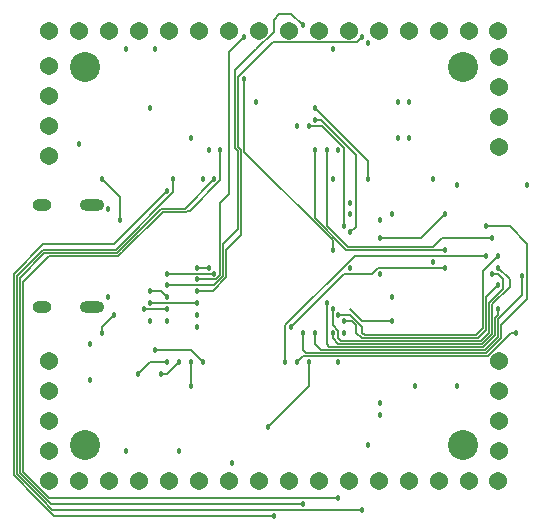
<source format=gbr>
%TF.GenerationSoftware,KiCad,Pcbnew,8.0.6-8.0.6-0~ubuntu24.04.1*%
%TF.CreationDate,2024-10-18T10:44:36-04:00*%
%TF.ProjectId,ta-expt-v2,74612d65-7870-4742-9d76-322e6b696361,rev?*%
%TF.SameCoordinates,Original*%
%TF.FileFunction,Copper,L4,Bot*%
%TF.FilePolarity,Positive*%
%FSLAX46Y46*%
G04 Gerber Fmt 4.6, Leading zero omitted, Abs format (unit mm)*
G04 Created by KiCad (PCBNEW 8.0.6-8.0.6-0~ubuntu24.04.1) date 2024-10-18 10:44:36*
%MOMM*%
%LPD*%
G01*
G04 APERTURE LIST*
%TA.AperFunction,ComponentPad*%
%ADD10C,1.540000*%
%TD*%
%TA.AperFunction,ComponentPad*%
%ADD11O,1.600000X1.000000*%
%TD*%
%TA.AperFunction,ComponentPad*%
%ADD12O,2.100000X1.000000*%
%TD*%
%TA.AperFunction,ComponentPad*%
%ADD13C,2.540000*%
%TD*%
%TA.AperFunction,ViaPad*%
%ADD14C,0.457200*%
%TD*%
%TA.AperFunction,Conductor*%
%ADD15C,0.127000*%
%TD*%
G04 APERTURE END LIST*
D10*
%TO.P,J8,15,Pin_15*%
%TO.N,unconnected-(J8-Pin_15-Pad15)*%
X174000000Y-127050000D03*
X171510000Y-127050000D03*
%TO.P,J8,14,Pin_14*%
%TO.N,unconnected-(J8-Pin_14-Pad14)*%
X168970000Y-127050000D03*
%TO.P,J8,13,Pin_13*%
%TO.N,unconnected-(J8-Pin_13-Pad13)*%
X166430000Y-127050000D03*
%TO.P,J8,12,Pin_12*%
%TO.N,/LPUART_RTS*%
X163890000Y-127050000D03*
%TO.P,J8,11,Pin_11*%
%TO.N,/LPUART_RX*%
X161350000Y-127050000D03*
%TO.P,J8,10,Pin_10*%
%TO.N,/LPUART_TX*%
X158810000Y-127050000D03*
%TO.P,J8,9,Pin_9*%
%TO.N,/LPUART_CTS*%
X156270000Y-127050000D03*
%TO.P,J8,8,Pin_8*%
%TO.N,/BOOT0*%
X153730000Y-127050000D03*
%TO.P,J8,7,Pin_7*%
%TO.N,unconnected-(J8-Pin_7-Pad7)*%
X151190000Y-127050000D03*
%TO.P,J8,6,Pin_6*%
%TO.N,unconnected-(J8-Pin_6-Pad6)*%
X148650000Y-127050000D03*
%TO.P,J8,5,Pin_5*%
%TO.N,unconnected-(J8-Pin_5-Pad5)*%
X146110000Y-127050000D03*
%TO.P,J8,4,Pin_4*%
%TO.N,unconnected-(J8-Pin_4-Pad4)*%
X143570000Y-127050000D03*
%TO.P,J8,3,Pin_3*%
%TO.N,unconnected-(J8-Pin_3-Pad3)*%
X141030000Y-127050000D03*
%TO.P,J8,2,Pin_2*%
%TO.N,unconnected-(J8-Pin_2-Pad2)*%
X138490000Y-127050000D03*
%TO.P,J8,1,Pin_1*%
%TO.N,unconnected-(J8-Pin_1-Pad1)*%
X135950000Y-127050000D03*
%TD*%
%TO.P,J9,15,Pin_15*%
%TO.N,unconnected-(J9-Pin_15-Pad15)*%
X174000000Y-88950000D03*
X171510000Y-88950000D03*
%TO.P,J9,14,Pin_14*%
%TO.N,unconnected-(J9-Pin_14-Pad14)*%
X168970000Y-88950000D03*
%TO.P,J9,13,Pin_13*%
%TO.N,unconnected-(J9-Pin_13-Pad13)*%
X166430000Y-88950000D03*
%TO.P,J9,12,Pin_12*%
%TO.N,/USART1_RTS*%
X163890000Y-88950000D03*
%TO.P,J9,11,Pin_11*%
%TO.N,/USART1_RX*%
X161350000Y-88950000D03*
%TO.P,J9,10,Pin_10*%
%TO.N,/USART1_TX*%
X158810000Y-88950000D03*
%TO.P,J9,9,Pin_9*%
%TO.N,/USART1_CTS*%
X156270000Y-88950000D03*
%TO.P,J9,8,Pin_8*%
%TO.N,/USART1_CK*%
X153730000Y-88950000D03*
%TO.P,J9,7,Pin_7*%
%TO.N,/NRST*%
X151190000Y-88950000D03*
%TO.P,J9,6,Pin_6*%
%TO.N,unconnected-(J9-Pin_6-Pad6)*%
X148650000Y-88950000D03*
%TO.P,J9,5,Pin_5*%
%TO.N,unconnected-(J9-Pin_5-Pad5)*%
X146110000Y-88950000D03*
%TO.P,J9,4,Pin_4*%
%TO.N,unconnected-(J9-Pin_4-Pad4)*%
X143570000Y-88950000D03*
%TO.P,J9,3,Pin_3*%
%TO.N,GND*%
X141030000Y-88950000D03*
%TO.P,J9,2,Pin_2*%
%TO.N,unconnected-(J9-Pin_2-Pad2)*%
X138490000Y-88950000D03*
%TO.P,J9,1,Pin_1*%
%TO.N,unconnected-(J9-Pin_1-Pad1)*%
X135950000Y-88950000D03*
%TD*%
%TO.P,J1,5,Pin_5*%
%TO.N,unconnected-(J1-Pin_5-Pad5)*%
X174070000Y-91190000D03*
%TO.P,J1,4,Pin_4*%
%TO.N,unconnected-(J1-Pin_4-Pad4)*%
X174070000Y-93730000D03*
%TO.P,J1,3,Pin_3*%
%TO.N,GND*%
X174070000Y-96270000D03*
%TO.P,J1,2,Pin_2*%
%TO.N,unconnected-(J1-Pin_2-Pad2)*%
X174070000Y-98810000D03*
%TD*%
%TO.P,J2,4,Pin_4*%
%TO.N,unconnected-(J2-Pin_4-Pad4)*%
X135950000Y-91920000D03*
%TO.P,J2,3,Pin_3*%
%TO.N,unconnected-(J2-Pin_3-Pad3)*%
X135950000Y-94460000D03*
%TO.P,J2,2,Pin_2*%
%TO.N,GND*%
X135950000Y-97000000D03*
%TO.P,J2,1,Pin_1*%
%TO.N,unconnected-(J2-Pin_1-Pad1)*%
X135950000Y-99540000D03*
%TD*%
%TO.P,J7,4,Pin_4*%
%TO.N,/SWCLK*%
X135950000Y-124510000D03*
%TO.P,J7,3,Pin_3*%
%TO.N,/SWDIO*%
X135950000Y-121970000D03*
%TO.P,J7,2,Pin_2*%
%TO.N,GND*%
X135950000Y-119430000D03*
%TO.P,J7,1,Pin_1*%
%TO.N,VDD*%
X135950000Y-116890000D03*
%TD*%
D11*
%TO.P,J3,S1,SHIELD*%
%TO.N,unconnected-(J3-SHIELD-PadS1)*%
X135425000Y-112320000D03*
D12*
X139605000Y-112320000D03*
D11*
X135425000Y-103680000D03*
D12*
X139605000Y-103680000D03*
%TD*%
D13*
%TO.P,J6,4,Pin_4*%
%TO.N,GND*%
X171000000Y-124000000D03*
%TO.P,J6,3,Pin_3*%
X139000000Y-124000000D03*
%TO.P,J6,2,Pin_2*%
X171000000Y-92000000D03*
%TO.P,J6,1,Pin_1*%
X139000000Y-92000000D03*
%TD*%
D10*
%TO.P,J4,5,Pin_5*%
%TO.N,unconnected-(J4-Pin_5-Pad5)*%
X174070000Y-124540000D03*
%TO.P,J4,4,Pin_4*%
%TO.N,unconnected-(J4-Pin_4-Pad4)*%
X174070000Y-122000000D03*
%TO.P,J4,3,Pin_3*%
%TO.N,unconnected-(J4-Pin_3-Pad3)*%
X174070000Y-119460000D03*
%TO.P,J4,2,Pin_2*%
%TO.N,unconnected-(J4-Pin_2-Pad2)*%
X174070000Y-116920000D03*
%TD*%
D14*
%TO.N,GND*%
X144500000Y-113500000D03*
X138500000Y-98500000D03*
X160500000Y-117000000D03*
X167000000Y-119000000D03*
X176500000Y-102000000D03*
X168500000Y-101500000D03*
X151500000Y-125500000D03*
X170500000Y-119000000D03*
X147000000Y-124500000D03*
X160000000Y-90500000D03*
X160500000Y-99000000D03*
X144500000Y-95500000D03*
X145000000Y-90500000D03*
X163000000Y-124000000D03*
X142500000Y-124500000D03*
X153500000Y-95000000D03*
X161500000Y-104500000D03*
X142500000Y-90500000D03*
X164000000Y-120500000D03*
X165000000Y-104500000D03*
X168500000Y-108500000D03*
X141000000Y-104000000D03*
X166500000Y-98000000D03*
X157000000Y-97000000D03*
X166500000Y-95000000D03*
X149500000Y-99000000D03*
X165500000Y-95000000D03*
X164000000Y-105000000D03*
X146000000Y-113500000D03*
X164000000Y-109500000D03*
X165000000Y-111500000D03*
X165500000Y-98000000D03*
%TO.N,/VDD_FILT*%
X148500000Y-114000000D03*
X170500000Y-102000000D03*
X163000000Y-90000000D03*
X148000000Y-98000000D03*
X139500000Y-118500000D03*
X148500000Y-113000000D03*
X164000000Y-121500000D03*
X139500000Y-115500000D03*
X161000000Y-114500000D03*
X160000000Y-101500000D03*
X149000000Y-101500000D03*
X161500000Y-109000000D03*
X161500000Y-103500000D03*
%TO.N,/NRST*%
X152500000Y-93000000D03*
X160000000Y-107500000D03*
%TO.N,/LPUART_RX*%
X150500000Y-99000000D03*
X160500000Y-128500000D03*
%TO.N,/LPUART_RTS*%
X162500000Y-129500000D03*
X146500000Y-101500000D03*
%TO.N,/DCMI_D6*%
X176000000Y-109750000D03*
X158500000Y-114500000D03*
%TO.N,/DCMI_D2*%
X149500000Y-109000000D03*
X148500000Y-109000000D03*
X159500000Y-112000000D03*
X174000000Y-112500000D03*
%TO.N,/QUADSPI_BK2_IO1*%
X158500000Y-96500000D03*
X161500000Y-106000000D03*
%TO.N,/DCMI_D3*%
X173500000Y-109500000D03*
X146000000Y-109500000D03*
X160000000Y-112500000D03*
X150000000Y-109500000D03*
%TO.N,/DCMI_VSYNC*%
X157500000Y-114500000D03*
X173000000Y-105500000D03*
%TO.N,Net-(IC3-PH3-BOOT0)*%
X154500000Y-122500000D03*
X158000000Y-117000000D03*
%TO.N,/Control*%
X165000000Y-113500000D03*
%TO.N,/SWDIO*%
X144000000Y-112500000D03*
X146000000Y-112500000D03*
%TO.N,/DCMI_PIXCLK*%
X158500000Y-99000000D03*
X169500000Y-107500000D03*
%TO.N,/LED2*%
X143500000Y-118000000D03*
X146000000Y-117000000D03*
%TO.N,/D-*%
X144500000Y-111000000D03*
X146000000Y-111500000D03*
%TO.N,/LPUART_CTS*%
X146000000Y-102500000D03*
X155000000Y-130000000D03*
%TO.N,/USART1_RX*%
X162500000Y-89500000D03*
X148500000Y-111000000D03*
%TO.N,/DCMI_HSYNC*%
X173500000Y-106500000D03*
X159500000Y-99000000D03*
%TO.N,/QUADSPI_BK2_IO2*%
X161000000Y-105500000D03*
X158000000Y-97000000D03*
%TO.N,/DCMI_D4*%
X161000000Y-113500000D03*
X174000000Y-110500000D03*
%TO.N,/SWCLK*%
X149000000Y-117000000D03*
X145000000Y-116000000D03*
%TO.N,/USART1_CK*%
X152500000Y-89500000D03*
X148500000Y-110000000D03*
%TO.N,/D+*%
X148500000Y-112000000D03*
X144500000Y-112000000D03*
%TO.N,/DCMI_D7*%
X160000000Y-114500000D03*
X174000000Y-109000000D03*
%TO.N,/DCMI_D5*%
X157000000Y-117000000D03*
X175500000Y-114500000D03*
%TO.N,/QUADSPI_BK1_NCS*%
X163000000Y-101500000D03*
X158500000Y-95500000D03*
%TO.N,/USART1_TX*%
X146000000Y-110500000D03*
X157500000Y-88500000D03*
%TO.N,/LPUART_TX*%
X157500000Y-129000000D03*
X150000000Y-101500000D03*
%TO.N,/LED1*%
X147000000Y-117000000D03*
X145500000Y-118000000D03*
%TO.N,Net-(IC2-G)*%
X148000000Y-117000000D03*
X148000000Y-119000000D03*
%TO.N,/I2C3_SDA*%
X173000000Y-108000000D03*
X156000000Y-117000000D03*
%TO.N,/DCMI_D8*%
X174000000Y-108000000D03*
X160500000Y-113000000D03*
%TO.N,/I2C3_SCL*%
X169500000Y-104500000D03*
X164000000Y-106500000D03*
%TO.N,/DCMI_D9*%
X169500000Y-109000000D03*
X156500000Y-114000000D03*
%TO.N,Net-(J3-CC2)*%
X140500000Y-114500000D03*
%TO.N,Net-(J3-CC1)*%
X140500000Y-101500000D03*
X142000000Y-105000000D03*
%TO.N,Net-(J3-CC2)*%
X141500000Y-113000000D03*
%TO.N,GND*%
X141000000Y-111500000D03*
%TD*%
D15*
%TO.N,/USART1_TX*%
X155500000Y-87500000D02*
X156500000Y-87500000D01*
X153538353Y-90500000D02*
X155000000Y-89038353D01*
X151746000Y-98859210D02*
X151746000Y-92254000D01*
X151992000Y-99105210D02*
X151746000Y-98859210D01*
X155000000Y-88000000D02*
X155500000Y-87500000D01*
X153500000Y-90500000D02*
X153538353Y-90500000D01*
X151746000Y-92254000D02*
X153500000Y-90500000D01*
X151992000Y-105762000D02*
X151992000Y-99105210D01*
X149982172Y-110500000D02*
X150754000Y-109728172D01*
X155000000Y-89038353D02*
X155000000Y-88000000D01*
X150754000Y-107000000D02*
X151992000Y-105762000D01*
X150754000Y-109728172D02*
X150754000Y-107000000D01*
X146000000Y-110500000D02*
X149982172Y-110500000D01*
X156500000Y-87500000D02*
X157500000Y-88500000D01*
%TO.N,/DCMI_D5*%
X173315823Y-116315823D02*
X174524000Y-115107647D01*
X173131646Y-116500000D02*
X173315823Y-116315823D01*
X157000000Y-117000000D02*
X157500000Y-116500000D01*
X157500000Y-116500000D02*
X173131646Y-116500000D01*
%TO.N,/DCMI_VSYNC*%
X157500000Y-114500000D02*
X157500000Y-116000000D01*
X157500000Y-116000000D02*
X157746000Y-116246000D01*
X157746000Y-116246000D02*
X172972420Y-116246000D01*
X172972420Y-116246000D02*
X174270000Y-114948420D01*
X174270000Y-114948420D02*
X174270000Y-113894790D01*
X174270000Y-113894790D02*
X176500000Y-111664790D01*
X176500000Y-111664790D02*
X176500000Y-107000000D01*
X176500000Y-107000000D02*
X175000000Y-105500000D01*
X175000000Y-105500000D02*
X173000000Y-105500000D01*
%TO.N,/DCMI_D6*%
X158500000Y-114500000D02*
X158500000Y-115500000D01*
X174016000Y-114843210D02*
X174016000Y-113343210D01*
X158500000Y-115500000D02*
X158992000Y-115992000D01*
X158992000Y-115992000D02*
X172867210Y-115992000D01*
X172867210Y-115992000D02*
X174016000Y-114843210D01*
X174016000Y-113343210D02*
X176000000Y-111359210D01*
X176000000Y-111359210D02*
X176000000Y-109750000D01*
%TO.N,/NRST*%
X160000000Y-106692592D02*
X160000000Y-107500000D01*
X152500000Y-99192592D02*
X160000000Y-106692592D01*
X152500000Y-93000000D02*
X152500000Y-99192592D01*
%TO.N,/DCMI_D2*%
X173754000Y-114746000D02*
X172762000Y-115738000D01*
X173762000Y-114000000D02*
X173762000Y-113238000D01*
X173754000Y-114746000D02*
X173762000Y-114738000D01*
X174000000Y-113000000D02*
X174000000Y-112500000D01*
X173762000Y-113238000D02*
X174000000Y-113000000D01*
X159500000Y-115500000D02*
X159500000Y-112000000D01*
X159738000Y-115738000D02*
X159500000Y-115500000D01*
X173762000Y-114738000D02*
X173762000Y-114000000D01*
X148500000Y-109000000D02*
X149500000Y-109000000D01*
X172762000Y-115738000D02*
X159738000Y-115738000D01*
%TO.N,/QUADSPI_BK2_IO1*%
X161940500Y-105559500D02*
X161500000Y-106000000D01*
X158500000Y-96500000D02*
X158982172Y-96500000D01*
X158982172Y-96500000D02*
X161940500Y-99458328D01*
X161940500Y-99458328D02*
X161940500Y-105559500D01*
%TO.N,/DCMI_D3*%
X174000000Y-109500000D02*
X173500000Y-109500000D01*
X146000000Y-109500000D02*
X150000000Y-109500000D01*
X173254000Y-112000000D02*
X174440500Y-110813500D01*
X174440500Y-109940500D02*
X174000000Y-109500000D01*
X173254000Y-114527580D02*
X172551580Y-115230000D01*
X160730000Y-115230000D02*
X160500000Y-115000000D01*
X160500000Y-115000000D02*
X160500000Y-114377038D01*
X160500000Y-114377038D02*
X160000000Y-113877038D01*
X172551580Y-115230000D02*
X160730000Y-115230000D01*
X174440500Y-110813500D02*
X174440500Y-109940500D01*
X173254000Y-112000000D02*
X173254000Y-114527580D01*
X160000000Y-113877038D02*
X160000000Y-112500000D01*
%TO.N,Net-(IC3-PH3-BOOT0)*%
X158000000Y-119000000D02*
X158000000Y-117000000D01*
X154500000Y-122500000D02*
X158000000Y-119000000D01*
%TO.N,/Control*%
X165000000Y-113500000D02*
X162500000Y-113500000D01*
X162500000Y-113500000D02*
X161500000Y-112500000D01*
%TO.N,/SWDIO*%
X144000000Y-112500000D02*
X146000000Y-112500000D01*
%TO.N,/DCMI_PIXCLK*%
X161166618Y-107500000D02*
X169500000Y-107500000D01*
X158500000Y-99000000D02*
X158500000Y-104833382D01*
X158500000Y-104833382D02*
X161166618Y-107500000D01*
%TO.N,/LED2*%
X146000000Y-117000000D02*
X144500000Y-117000000D01*
X144500000Y-117000000D02*
X143500000Y-118000000D01*
%TO.N,/D-*%
X144500000Y-111000000D02*
X145500000Y-111000000D01*
X145500000Y-111000000D02*
X146000000Y-111500000D01*
%TO.N,/USART1_RX*%
X152000000Y-92877038D02*
X154966538Y-89910500D01*
X152246000Y-106270000D02*
X152246000Y-99000000D01*
X152000000Y-93000000D02*
X152000000Y-92877038D01*
X162089500Y-89910500D02*
X162500000Y-89500000D01*
X152000000Y-98754000D02*
X152000000Y-93000000D01*
X154966538Y-89910500D02*
X162089500Y-89910500D01*
X151008000Y-109833382D02*
X151008000Y-107508000D01*
X148500000Y-111000000D02*
X149841382Y-111000000D01*
X149841382Y-111000000D02*
X151008000Y-109833382D01*
X152246000Y-99000000D02*
X152000000Y-98754000D01*
X151008000Y-107508000D02*
X152246000Y-106270000D01*
%TO.N,/DCMI_HSYNC*%
X168500000Y-107246000D02*
X169246000Y-106500000D01*
X159500000Y-105474172D02*
X161271828Y-107246000D01*
X159500000Y-99000000D02*
X159500000Y-105474172D01*
X161271828Y-107246000D02*
X168500000Y-107246000D01*
X169246000Y-106500000D02*
X173500000Y-106500000D01*
%TO.N,/QUADSPI_BK2_IO2*%
X159122962Y-97000000D02*
X161000000Y-98877038D01*
X161000000Y-98877038D02*
X161000000Y-105500000D01*
X158000000Y-97000000D02*
X159122962Y-97000000D01*
%TO.N,/DCMI_D4*%
X173000000Y-114315630D02*
X173000000Y-114000000D01*
X162000000Y-114500000D02*
X162476000Y-114976000D01*
X161622962Y-113500000D02*
X162000000Y-113877038D01*
X162476000Y-114976000D02*
X172000000Y-114976000D01*
X172339630Y-114976000D02*
X173000000Y-114315630D01*
X162000000Y-113877038D02*
X162000000Y-114500000D01*
X173000000Y-114000000D02*
X173000000Y-111500000D01*
X161000000Y-113500000D02*
X161622962Y-113500000D01*
X173000000Y-111500000D02*
X174000000Y-110500000D01*
X172000000Y-114976000D02*
X172339630Y-114976000D01*
%TO.N,/SWCLK*%
X145000000Y-116000000D02*
X148000000Y-116000000D01*
X148000000Y-116000000D02*
X149000000Y-117000000D01*
%TO.N,/USART1_CK*%
X151246000Y-93000000D02*
X151246000Y-90754000D01*
X148500000Y-110000000D02*
X150122962Y-110000000D01*
X150500000Y-106500000D02*
X150500000Y-103500000D01*
X151246000Y-102754000D02*
X151246000Y-93000000D01*
X151246000Y-90754000D02*
X152500000Y-89500000D01*
X150500000Y-103500000D02*
X151246000Y-102754000D01*
X150500000Y-109622962D02*
X150500000Y-106500000D01*
X150122962Y-110000000D02*
X150500000Y-109622962D01*
%TO.N,/D+*%
X144500000Y-112000000D02*
X148500000Y-112000000D01*
%TO.N,/DCMI_D7*%
X175000000Y-110613210D02*
X175000000Y-110000000D01*
X173508000Y-112105210D02*
X175000000Y-110613210D01*
X175000000Y-110000000D02*
X174000000Y-109000000D01*
X160000000Y-115000000D02*
X160484000Y-115484000D01*
X173508000Y-114632790D02*
X173508000Y-112105210D01*
X160000000Y-114500000D02*
X160000000Y-115000000D01*
X172656790Y-115484000D02*
X173508000Y-114632790D01*
X160484000Y-115484000D02*
X172656790Y-115484000D01*
%TO.N,/QUADSPI_BK1_NCS*%
X163000000Y-100000000D02*
X163000000Y-101500000D01*
X158500000Y-95500000D02*
X163000000Y-100000000D01*
%TO.N,/LPUART_TX*%
X145500000Y-104000000D02*
X147500000Y-104000000D01*
X141746000Y-107754000D02*
X145500000Y-104000000D01*
X147500000Y-104000000D02*
X150000000Y-101500000D01*
%TO.N,/LED1*%
X146000000Y-118000000D02*
X145500000Y-118000000D01*
X147000000Y-117000000D02*
X146000000Y-118000000D01*
%TO.N,Net-(IC2-G)*%
X148000000Y-117000000D02*
X148000000Y-119000000D01*
%TO.N,/I2C3_SDA*%
X156000000Y-117000000D02*
X156000000Y-113877038D01*
X156000000Y-113877038D02*
X161877038Y-108000000D01*
X161877038Y-108000000D02*
X173000000Y-108000000D01*
%TO.N,/DCMI_D8*%
X162500000Y-114500000D02*
X162722000Y-114722000D01*
X172713500Y-109286500D02*
X174000000Y-108000000D01*
X160500000Y-113000000D02*
X161482172Y-113000000D01*
X162500000Y-114017828D02*
X162500000Y-114500000D01*
X161482172Y-113000000D02*
X162500000Y-114017828D01*
X172713500Y-114000000D02*
X172713500Y-109286500D01*
X162722000Y-114722000D02*
X172105210Y-114722000D01*
X172105210Y-114722000D02*
X172137041Y-114722000D01*
X172137041Y-114722000D02*
X172713500Y-114145541D01*
X172713500Y-114145541D02*
X172713500Y-114000000D01*
%TO.N,/DCMI_D9*%
X163877038Y-109000000D02*
X169500000Y-109000000D01*
X156500000Y-114000000D02*
X161000000Y-109500000D01*
X161000000Y-109500000D02*
X163377038Y-109500000D01*
X163377038Y-109500000D02*
X163877038Y-109000000D01*
%TO.N,Net-(J3-CC2)*%
X140500000Y-114000000D02*
X140500000Y-114500000D01*
%TO.N,Net-(J3-CC1)*%
X142000000Y-105000000D02*
X142000000Y-103000000D01*
X142000000Y-103000000D02*
X140500000Y-101500000D01*
%TO.N,/LPUART_CTS*%
X136422370Y-130000000D02*
X155000000Y-130000000D01*
X134922370Y-128500000D02*
X136422370Y-130000000D01*
X146000000Y-102500000D02*
X141500000Y-107000000D01*
X141500000Y-107000000D02*
X135500000Y-107000000D01*
%TO.N,/LPUART_RTS*%
X136281580Y-129500000D02*
X162500000Y-129500000D01*
X135390790Y-128609210D02*
X136281580Y-129500000D01*
X146500000Y-102622962D02*
X141622962Y-107500000D01*
X146500000Y-101500000D02*
X146500000Y-102622962D01*
X141622962Y-107500000D02*
X135500000Y-107500000D01*
%TO.N,/LPUART_TX*%
X135605210Y-107754000D02*
X141746000Y-107754000D01*
X136140790Y-129000000D02*
X157500000Y-129000000D01*
X135820395Y-128679605D02*
X136140790Y-129000000D01*
%TO.N,/DCMI_D5*%
X174524000Y-115107647D02*
X175131647Y-114500000D01*
X175131647Y-114500000D02*
X175500000Y-114500000D01*
%TO.N,/LPUART_TX*%
X135820395Y-128679605D02*
X133508000Y-126367210D01*
%TO.N,/LPUART_RTS*%
X133254000Y-126472420D02*
X135390790Y-128609210D01*
%TO.N,/LPUART_CTS*%
X133000000Y-126577630D02*
X134922370Y-128500000D01*
%TO.N,/LPUART_RTS*%
X133254000Y-109746000D02*
X133254000Y-112500000D01*
X133254000Y-112500000D02*
X133254000Y-113105210D01*
%TO.N,/LPUART_CTS*%
X133000000Y-109500000D02*
X133000000Y-113000000D01*
X133000000Y-113000000D02*
X133000000Y-126577630D01*
%TO.N,/LPUART_TX*%
X133508000Y-126367210D02*
X133508000Y-109851210D01*
%TO.N,/LPUART_RTS*%
X133254000Y-113105210D02*
X133254000Y-126472420D01*
X135500000Y-107500000D02*
X133254000Y-109746000D01*
%TO.N,/LPUART_CTS*%
X135500000Y-107000000D02*
X133000000Y-109500000D01*
%TO.N,/LPUART_TX*%
X133508000Y-109851210D02*
X135605210Y-107754000D01*
%TO.N,/LPUART_RX*%
X145605210Y-104254000D02*
X142179605Y-107679605D01*
X150500000Y-101622962D02*
X147943357Y-104179605D01*
X150500000Y-99000000D02*
X150500000Y-101622962D01*
X147943357Y-104179605D02*
X147679605Y-104179605D01*
X146000000Y-104254000D02*
X145605210Y-104254000D01*
X133762000Y-112500000D02*
X133762000Y-126262000D01*
X136000000Y-128500000D02*
X160500000Y-128500000D01*
X147679605Y-104179605D02*
X147605210Y-104254000D01*
X147605210Y-104254000D02*
X146000000Y-104254000D01*
X141851210Y-108008000D02*
X136000000Y-108008000D01*
X133762000Y-126262000D02*
X136000000Y-128500000D01*
X136000000Y-108008000D02*
X133762000Y-110246000D01*
X133762000Y-110246000D02*
X133762000Y-112500000D01*
X142179605Y-107679605D02*
X141851210Y-108008000D01*
%TO.N,Net-(J3-CC2)*%
X141500000Y-113000000D02*
X140500000Y-114000000D01*
%TO.N,/I2C3_SCL*%
X167500000Y-106500000D02*
X169500000Y-104500000D01*
X164000000Y-106500000D02*
X167500000Y-106500000D01*
%TD*%
M02*

</source>
